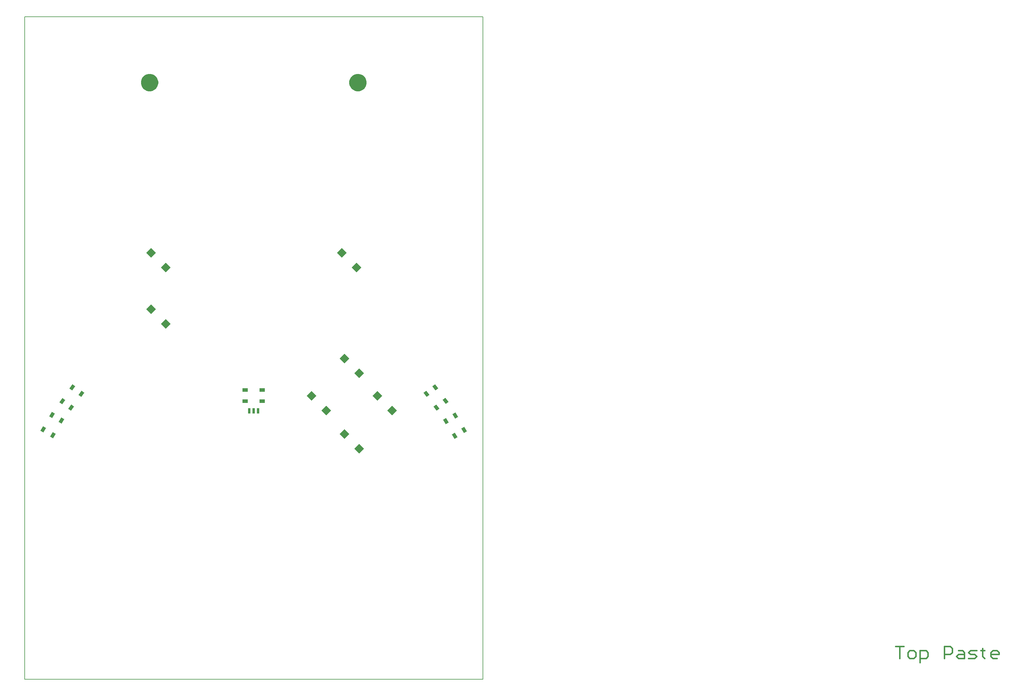
<source format=gtp>
G04*
G04 #@! TF.GenerationSoftware,Altium Limited,Altium Designer,23.10.1 (27)*
G04*
G04 Layer_Color=8421504*
%FSLAX25Y25*%
%MOIN*%
G70*
G04*
G04 #@! TF.SameCoordinates,FE32BD50-8FB3-4611-A274-B7C51E55429E*
G04*
G04*
G04 #@! TF.FilePolarity,Positive*
G04*
G01*
G75*
%ADD10C,0.01575*%
%ADD11C,0.00591*%
%ADD12P,0.11136X4X180.0*%
G04:AMPARAMS|DCode=13|XSize=59.06mil|YSize=39.37mil|CornerRadius=0mil|HoleSize=0mil|Usage=FLASHONLY|Rotation=59.000|XOffset=0mil|YOffset=0mil|HoleType=Round|Shape=Rectangle|*
%AMROTATEDRECTD13*
4,1,4,0.00167,-0.03545,-0.03208,-0.01517,-0.00167,0.03545,0.03208,0.01517,0.00167,-0.03545,0.0*
%
%ADD13ROTATEDRECTD13*%

G04:AMPARAMS|DCode=14|XSize=59.06mil|YSize=39.37mil|CornerRadius=0mil|HoleSize=0mil|Usage=FLASHONLY|Rotation=54.000|XOffset=0mil|YOffset=0mil|HoleType=Round|Shape=Rectangle|*
%AMROTATEDRECTD14*
4,1,4,-0.00143,-0.03546,-0.03328,-0.01232,0.00143,0.03546,0.03328,0.01232,-0.00143,-0.03546,0.0*
%
%ADD14ROTATEDRECTD14*%

%ADD15R,0.05906X0.03937*%
G04:AMPARAMS|DCode=16|XSize=59.06mil|YSize=39.37mil|CornerRadius=0mil|HoleSize=0mil|Usage=FLASHONLY|Rotation=127.000|XOffset=0mil|YOffset=0mil|HoleType=Round|Shape=Rectangle|*
%AMROTATEDRECTD16*
4,1,4,0.03349,-0.01174,0.00205,-0.03543,-0.03349,0.01174,-0.00205,0.03543,0.03349,-0.01174,0.0*
%
%ADD16ROTATEDRECTD16*%

G04:AMPARAMS|DCode=17|XSize=59.06mil|YSize=39.37mil|CornerRadius=0mil|HoleSize=0mil|Usage=FLASHONLY|Rotation=121.000|XOffset=0mil|YOffset=0mil|HoleType=Round|Shape=Rectangle|*
%AMROTATEDRECTD17*
4,1,4,0.03208,-0.01517,-0.00167,-0.03545,-0.03208,0.01517,0.00167,0.03545,0.03208,-0.01517,0.0*
%
%ADD17ROTATEDRECTD17*%

%ADD18R,0.03150X0.05906*%
G36*
X-118112Y489063D02*
X-117143D01*
X-115241Y489441D01*
X-113450Y490183D01*
X-111838Y491260D01*
X-110467Y492631D01*
X-109390Y494243D01*
X-108648Y496035D01*
X-108270Y497936D01*
Y498906D01*
Y499875D01*
X-108648Y501777D01*
X-109390Y503568D01*
X-110467Y505180D01*
X-111838Y506551D01*
X-113450Y507628D01*
X-115241Y508370D01*
X-117143Y508748D01*
X-118112D01*
X-119081D01*
X-120983Y508370D01*
X-122774Y507628D01*
X-124386Y506551D01*
X-125757Y505180D01*
X-126834Y503568D01*
X-127576Y501777D01*
X-127955Y499875D01*
Y498906D01*
Y497936D01*
X-127576Y496035D01*
X-126834Y494243D01*
X-125757Y492631D01*
X-124386Y491260D01*
X-122774Y490183D01*
X-120983Y489441D01*
X-119081Y489063D01*
X-118112D01*
D01*
D02*
G37*
G36*
X118112D02*
X117143D01*
X115241Y489441D01*
X113450Y490183D01*
X111838Y491260D01*
X110467Y492631D01*
X109390Y494243D01*
X108648Y496035D01*
X108270Y497936D01*
Y498906D01*
Y499875D01*
X108648Y501777D01*
X109390Y503568D01*
X110467Y505180D01*
X111838Y506551D01*
X113450Y507628D01*
X115241Y508370D01*
X117143Y508748D01*
X118112D01*
X119081D01*
X120983Y508370D01*
X122774Y507628D01*
X124386Y506551D01*
X125757Y505180D01*
X126834Y503568D01*
X127576Y501777D01*
X127955Y499875D01*
Y498906D01*
Y497936D01*
X127576Y496035D01*
X126834Y494243D01*
X125757Y492631D01*
X124386Y491260D01*
X122774Y490183D01*
X120983Y489441D01*
X119081Y489063D01*
X118112D01*
D01*
D02*
G37*
D10*
X727960Y-140993D02*
X737144D01*
X732552D01*
Y-154768D01*
X744031D02*
X748623D01*
X750919Y-152472D01*
Y-147880D01*
X748623Y-145584D01*
X744031D01*
X741735Y-147880D01*
Y-152472D01*
X744031Y-154768D01*
X755511Y-159360D02*
Y-145584D01*
X762398D01*
X764694Y-147880D01*
Y-152472D01*
X762398Y-154768D01*
X755511D01*
X783061D02*
Y-140993D01*
X789948D01*
X792244Y-143289D01*
Y-147880D01*
X789948Y-150176D01*
X783061D01*
X799132Y-145584D02*
X803723D01*
X806019Y-147880D01*
Y-154768D01*
X799132D01*
X796836Y-152472D01*
X799132Y-150176D01*
X806019D01*
X810611Y-154768D02*
X817498D01*
X819794Y-152472D01*
X817498Y-150176D01*
X812907D01*
X810611Y-147880D01*
X812907Y-145584D01*
X819794D01*
X826682Y-143289D02*
Y-145584D01*
X824386D01*
X828978D01*
X826682D01*
Y-152472D01*
X828978Y-154768D01*
X842753D02*
X838161D01*
X835865Y-152472D01*
Y-147880D01*
X838161Y-145584D01*
X842753D01*
X845049Y-147880D01*
Y-150176D01*
X835865D01*
D11*
X-259842Y-178260D02*
X259842Y-178260D01*
X-259842D02*
Y573709D01*
X259842Y-178260D02*
Y573709D01*
X-259842D02*
X259842Y573709D01*
D12*
X119572Y168814D02*
D03*
X102869Y185517D02*
D03*
X119572Y83184D02*
D03*
X102869Y99887D02*
D03*
X65467Y143194D02*
D03*
X82171Y126491D02*
D03*
X-99916Y224916D02*
D03*
X-116619Y241619D02*
D03*
X116619Y288892D02*
D03*
X99916Y305596D02*
D03*
X156974Y126491D02*
D03*
X140270Y143194D02*
D03*
X-99916Y288892D02*
D03*
X-116619Y305596D02*
D03*
D13*
X-228778Y121748D02*
D03*
X-217979Y115260D02*
D03*
X-227915Y98724D02*
D03*
X-238714Y105213D02*
D03*
D14*
X-205813Y153013D02*
D03*
X-195621Y145608D02*
D03*
X-206960Y130001D02*
D03*
X-217152Y137406D02*
D03*
D15*
X-9646Y137402D02*
D03*
Y150000D02*
D03*
X9646D02*
D03*
Y137402D02*
D03*
D16*
X195767Y145489D02*
D03*
X205829Y153071D02*
D03*
X217439Y137664D02*
D03*
X207377Y130082D02*
D03*
D17*
X217885Y114573D02*
D03*
X228684Y121061D02*
D03*
X238620Y104525D02*
D03*
X227821Y98037D02*
D03*
D18*
X-5000Y126378D02*
D03*
X0D02*
D03*
X5000D02*
D03*
M02*

</source>
